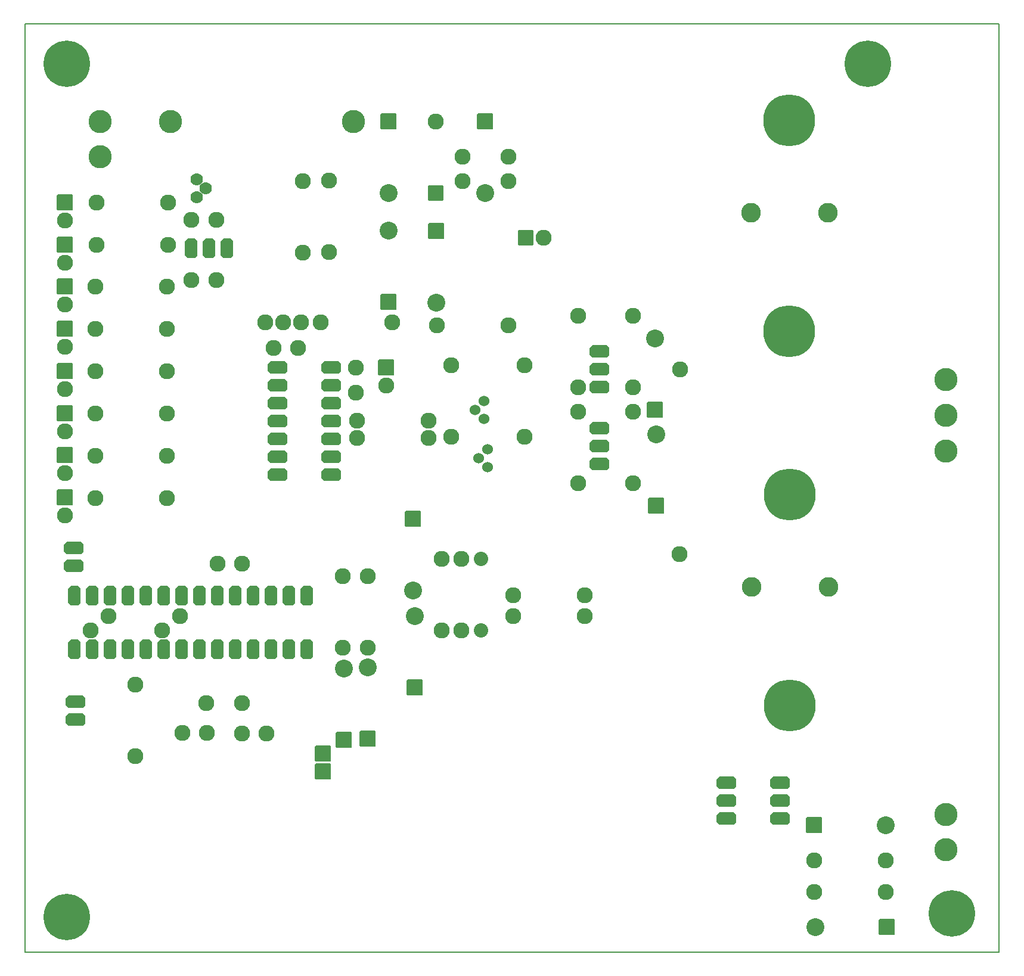
<source format=gbr>
G04 PROTEUS GERBER X2 FILE*
%TF.GenerationSoftware,Labcenter,Proteus,8.15-SP1-Build34318*%
%TF.CreationDate,2023-09-22T14:22:51+00:00*%
%TF.FileFunction,Soldermask,Top*%
%TF.FilePolarity,Negative*%
%TF.Part,Single*%
%TF.SameCoordinates,{a03bde03-d8f0-4a32-bc8c-763bbf401456}*%
%FSLAX45Y45*%
%MOMM*%
G01*
%TA.AperFunction,Material*%
%ADD26C,2.286000*%
%TA.AperFunction,Material*%
%ADD27C,3.302000*%
%TA.AperFunction,Material*%
%ADD28C,6.604000*%
%AMPPAD021*
4,1,36,
-0.952500,1.079500,
0.952500,1.079500,
0.978470,1.076970,
1.002480,1.069700,
1.024080,1.058150,
1.042790,1.042790,
1.058150,1.024070,
1.069700,1.002480,
1.076970,0.978470,
1.079500,0.952500,
1.079500,-0.952500,
1.076970,-0.978470,
1.069700,-1.002480,
1.058150,-1.024070,
1.042790,-1.042790,
1.024080,-1.058150,
1.002480,-1.069700,
0.978470,-1.076970,
0.952500,-1.079500,
-0.952500,-1.079500,
-0.978470,-1.076970,
-1.002480,-1.069700,
-1.024080,-1.058150,
-1.042790,-1.042790,
-1.058150,-1.024070,
-1.069700,-1.002480,
-1.076970,-0.978470,
-1.079500,-0.952500,
-1.079500,0.952500,
-1.076970,0.978470,
-1.069700,1.002480,
-1.058150,1.024070,
-1.042790,1.042790,
-1.024080,1.058150,
-1.002480,1.069700,
-0.978470,1.076970,
-0.952500,1.079500,
0*%
%TA.AperFunction,Material*%
%ADD29PPAD021*%
%AMPPAD022*
4,1,36,
-1.016000,1.143000,
1.016000,1.143000,
1.041970,1.140470,
1.065980,1.133200,
1.087580,1.121650,
1.106290,1.106290,
1.121650,1.087570,
1.133200,1.065980,
1.140470,1.041970,
1.143000,1.016000,
1.143000,-1.016000,
1.140470,-1.041970,
1.133200,-1.065980,
1.121650,-1.087570,
1.106290,-1.106290,
1.087580,-1.121650,
1.065980,-1.133200,
1.041970,-1.140470,
1.016000,-1.143000,
-1.016000,-1.143000,
-1.041970,-1.140470,
-1.065980,-1.133200,
-1.087580,-1.121650,
-1.106290,-1.106290,
-1.121650,-1.087570,
-1.133200,-1.065980,
-1.140470,-1.041970,
-1.143000,-1.016000,
-1.143000,1.016000,
-1.140470,1.041970,
-1.133200,1.065980,
-1.121650,1.087570,
-1.106290,1.106290,
-1.087580,1.121650,
-1.065980,1.133200,
-1.041970,1.140470,
-1.016000,1.143000,
0*%
%ADD72PPAD022*%
%ADD73C,2.540000*%
%AMPPAD024*
4,1,36,
1.143000,1.016000,
1.143000,-1.016000,
1.140470,-1.041970,
1.133200,-1.065980,
1.121650,-1.087580,
1.106290,-1.106290,
1.087570,-1.121650,
1.065980,-1.133200,
1.041970,-1.140470,
1.016000,-1.143000,
-1.016000,-1.143000,
-1.041970,-1.140470,
-1.065980,-1.133200,
-1.087570,-1.121650,
-1.106290,-1.106290,
-1.121650,-1.087580,
-1.133200,-1.065980,
-1.140470,-1.041970,
-1.143000,-1.016000,
-1.143000,1.016000,
-1.140470,1.041970,
-1.133200,1.065980,
-1.121650,1.087580,
-1.106290,1.106290,
-1.087570,1.121650,
-1.065980,1.133200,
-1.041970,1.140470,
-1.016000,1.143000,
1.016000,1.143000,
1.041970,1.140470,
1.065980,1.133200,
1.087570,1.121650,
1.106290,1.106290,
1.121650,1.087580,
1.133200,1.065980,
1.140470,1.041970,
1.143000,1.016000,
0*%
%ADD30PPAD024*%
%AMPPAD025*
4,1,36,
-1.079500,-0.952500,
-1.079500,0.952500,
-1.076970,0.978470,
-1.069700,1.002480,
-1.058150,1.024080,
-1.042790,1.042790,
-1.024070,1.058150,
-1.002480,1.069700,
-0.978470,1.076970,
-0.952500,1.079500,
0.952500,1.079500,
0.978470,1.076970,
1.002480,1.069700,
1.024070,1.058150,
1.042790,1.042790,
1.058150,1.024080,
1.069700,1.002480,
1.076970,0.978470,
1.079500,0.952500,
1.079500,-0.952500,
1.076970,-0.978470,
1.069700,-1.002480,
1.058150,-1.024080,
1.042790,-1.042790,
1.024070,-1.058150,
1.002480,-1.069700,
0.978470,-1.076970,
0.952500,-1.079500,
-0.952500,-1.079500,
-0.978470,-1.076970,
-1.002480,-1.069700,
-1.024070,-1.058150,
-1.042790,-1.042790,
-1.058150,-1.024080,
-1.069700,-1.002480,
-1.076970,-0.978470,
-1.079500,-0.952500,
0*%
%ADD31PPAD025*%
%TA.AperFunction,Material*%
%ADD32C,1.778000*%
%AMPPAD027*
4,1,8,
1.397000,0.509800,
1.397000,-0.509800,
1.017800,-0.889000,
-1.017800,-0.889000,
-1.397000,-0.509800,
-1.397000,0.509800,
-1.017800,0.889000,
1.017800,0.889000,
1.397000,0.509800,
0*%
%TA.AperFunction,Material*%
%ADD33PPAD027*%
%TA.AperFunction,Material*%
%ADD34C,1.524000*%
%TA.AperFunction,Material*%
%ADD35C,2.794000*%
%ADD36C,7.366000*%
%AMPPAD031*
4,1,8,
0.509800,-1.397000,
-0.509800,-1.397000,
-0.889000,-1.017800,
-0.889000,1.017800,
-0.509800,1.397000,
0.509800,1.397000,
0.889000,1.017800,
0.889000,-1.017800,
0.509800,-1.397000,
0*%
%TA.AperFunction,Material*%
%ADD37PPAD031*%
%TA.AperFunction,Material*%
%ADD38C,2.032000*%
%TA.AperFunction,Profile*%
%ADD23C,0.203200*%
%TD.AperFunction*%
D26*
X+1092200Y+1625600D03*
X+1079500Y-1000000D03*
D27*
X-7150000Y+5150000D03*
X-7150000Y+4649620D03*
D28*
X-7620000Y+5969000D03*
X+3759200Y+5969000D03*
X-7620000Y-6157000D03*
X+4946440Y-6107000D03*
D27*
X-3550000Y+5150000D03*
X-6150000Y+5150000D03*
D29*
X-2378500Y+4134000D03*
D26*
X-2378500Y+5150000D03*
X-2000000Y+4650000D03*
X-2000000Y+4300000D03*
D72*
X-1678500Y+5150000D03*
D73*
X-1678500Y+4134000D03*
D30*
X-7650000Y+3400000D03*
D26*
X-7650000Y+3146000D03*
X-7200000Y+3400000D03*
X-6184000Y+3400000D03*
D30*
X-7650000Y+4000000D03*
D26*
X-7650000Y+3746000D03*
X-7200000Y+4000000D03*
X-6184000Y+4000000D03*
X-1350000Y+4300000D03*
X-1350000Y+4650000D03*
D31*
X-1104000Y+3500000D03*
D26*
X-850000Y+3500000D03*
X-2366000Y+2250000D03*
X-1350000Y+2250000D03*
D72*
X-2374900Y+3594100D03*
D73*
X-2374900Y+2578100D03*
D72*
X-3050000Y+5150000D03*
D73*
X-3050000Y+4134000D03*
D26*
X-3894500Y+3294100D03*
X-3894500Y+4310100D03*
D32*
X-5777000Y+4327000D03*
X-5650000Y+4200000D03*
X-5777000Y+4073000D03*
D26*
X-4266000Y+3284000D03*
X-4266000Y+4300000D03*
D72*
X-3050000Y+2584000D03*
D73*
X-3050000Y+3600000D03*
D72*
X-3086100Y+1651000D03*
D26*
X-3086100Y+1397000D03*
X-3517900Y+1301000D03*
X-3517900Y+1651000D03*
D33*
X-4622800Y+1651000D03*
X-4622800Y+1397000D03*
X-4622800Y+1143000D03*
X-4622800Y+889000D03*
X-4622800Y+635000D03*
X-4622800Y+381000D03*
X-4622800Y+127000D03*
X-3860800Y+127000D03*
X-3860800Y+381000D03*
X-3860800Y+635000D03*
X-3860800Y+889000D03*
X-3860800Y+1143000D03*
X-3860800Y+1397000D03*
X-3860800Y+1651000D03*
D26*
X-3500000Y+650000D03*
X-2484000Y+650000D03*
D34*
X-1642400Y+491400D03*
X-1769400Y+364400D03*
X-1642400Y+237400D03*
D26*
X-1121700Y+1685200D03*
X-1121700Y+669200D03*
X-3500000Y+900000D03*
X-2484000Y+900000D03*
D34*
X-1693200Y+1177200D03*
X-1820200Y+1050200D03*
X-1693200Y+923200D03*
D26*
X-2163100Y+1685200D03*
X-2163100Y+669200D03*
D33*
X-50800Y+787400D03*
X-50800Y+533400D03*
X-50800Y+279400D03*
X-50800Y+1879600D03*
X-50800Y+1625600D03*
X-50800Y+1371600D03*
D26*
X-355600Y+1028700D03*
X-355600Y+12700D03*
X-355600Y+1371600D03*
X-355600Y+2387600D03*
X+419100Y+12700D03*
X+419100Y+1028700D03*
X+419100Y+1371600D03*
X+419100Y+2387600D03*
D35*
X+2106440Y-1463180D03*
X+3193560Y-1463180D03*
D36*
X+2650000Y-150000D03*
X+2650000Y-3147200D03*
D35*
X+2098040Y+3850120D03*
X+3185160Y+3850120D03*
D36*
X+2641600Y+5163300D03*
X+2641600Y+2166100D03*
D72*
X+750000Y-316000D03*
D73*
X+750000Y+700000D03*
D72*
X+736600Y+1054100D03*
D73*
X+736600Y+2070100D03*
D37*
X-5850000Y+3350000D03*
X-5596000Y+3350000D03*
X-5342000Y+3350000D03*
D26*
X-5500000Y+2900000D03*
X-5850000Y+2900000D03*
X-5850000Y+3750000D03*
X-5500000Y+3750000D03*
D37*
X-7511100Y-2350900D03*
X-7257100Y-2350900D03*
X-7003100Y-2350900D03*
X-6749100Y-2350900D03*
X-6495100Y-2350900D03*
X-6241100Y-2350900D03*
X-5987100Y-2350900D03*
X-5733100Y-2350900D03*
X-5479100Y-2350900D03*
X-5225100Y-2350900D03*
X-4971100Y-2350900D03*
X-4717100Y-2350900D03*
X-4463100Y-2350900D03*
X-4209100Y-2350900D03*
X-4209100Y-1588900D03*
X-4463100Y-1588900D03*
X-4717100Y-1588900D03*
X-4971100Y-1588900D03*
X-5225100Y-1588900D03*
X-5479100Y-1588900D03*
X-5733100Y-1588900D03*
X-5987100Y-1588900D03*
X-6241100Y-1588900D03*
X-6495100Y-1588900D03*
X-6749100Y-1588900D03*
X-7003100Y-1588900D03*
X-7257100Y-1588900D03*
X-7509100Y-1588900D03*
D26*
X-5480000Y-1130000D03*
X-5130000Y-1130000D03*
X-2300800Y-1064600D03*
X-2300800Y-2080600D03*
X-2021400Y-2080600D03*
X-2021400Y-1064600D03*
D38*
X-1742000Y-1064600D03*
X-1742000Y-2080600D03*
D26*
X-5130200Y-3112695D03*
X-5638200Y-3112695D03*
X-5980000Y-3540000D03*
X-5630000Y-3540000D03*
X-4783005Y-3549205D03*
X-5133005Y-3549205D03*
X-4336300Y+1930400D03*
X-4686300Y+1930400D03*
X-4804000Y+2300000D03*
X-4296000Y+2300000D03*
X-4550000Y+2300000D03*
X-4016000Y+2300000D03*
X-3000000Y+2300000D03*
D33*
X-7521800Y-1169800D03*
X-7521800Y-915800D03*
D27*
X+4862400Y+469900D03*
X+4862400Y+977900D03*
X+4862400Y+1485900D03*
D26*
X-264000Y-1880000D03*
X-1280000Y-1880000D03*
X-264000Y-1580000D03*
X-1280000Y-1580000D03*
D72*
X-2680000Y-2896000D03*
D73*
X-2680000Y-1880000D03*
D72*
X-2700000Y-500000D03*
D73*
X-2700000Y-1516000D03*
D26*
X-6200000Y+2800000D03*
X-7216000Y+2800000D03*
X-6200000Y+2200000D03*
X-7216000Y+2200000D03*
X-6200000Y+1600000D03*
X-7216000Y+1600000D03*
X-6200000Y+1000000D03*
X-7216000Y+1000000D03*
D30*
X-7650000Y+2800000D03*
D26*
X-7650000Y+2546000D03*
D30*
X-7650000Y+2200000D03*
D26*
X-7650000Y+1946000D03*
D30*
X-7650000Y+1600000D03*
D26*
X-7650000Y+1346000D03*
D30*
X-7650000Y+1000000D03*
D26*
X-7650000Y+746000D03*
D30*
X-7650000Y+404000D03*
D26*
X-7650000Y+150000D03*
D30*
X-7650000Y-196000D03*
D26*
X-7650000Y-450000D03*
X-6200000Y+400000D03*
X-7216000Y+400000D03*
X-6200000Y-200000D03*
X-7216000Y-200000D03*
D30*
X-3980000Y-3830000D03*
X-3980000Y-4084000D03*
D27*
X+4861840Y-4700000D03*
X+4861840Y-5200380D03*
D26*
X-6014000Y-1880000D03*
X-7030000Y-1880000D03*
X-6650000Y-3866000D03*
X-6650000Y-2850000D03*
D33*
X+2511840Y-4758000D03*
X+2511840Y-4504000D03*
X+2511840Y-4250000D03*
X+1749840Y-4250000D03*
X+1749840Y-4504000D03*
X+1749840Y-4758000D03*
D72*
X+4027840Y-6300000D03*
D73*
X+3011840Y-6300000D03*
D26*
X+4011840Y-5800000D03*
X+2995840Y-5800000D03*
X+2995840Y-5350000D03*
X+4011840Y-5350000D03*
X-7280000Y-2080000D03*
X-6264000Y-2080000D03*
D72*
X+2995840Y-4850000D03*
D73*
X+4011840Y-4850000D03*
D26*
X-3700000Y-2326000D03*
X-3700000Y-1310000D03*
X-3350000Y-2326000D03*
X-3350000Y-1310000D03*
D72*
X-3350000Y-3626000D03*
D73*
X-3350000Y-2610000D03*
D72*
X-3690000Y-3636000D03*
D73*
X-3690000Y-2620000D03*
D33*
X-7500000Y-3354000D03*
X-7500000Y-3100000D03*
D23*
X-8214500Y-6651500D02*
X+5622000Y-6651500D01*
X+5622000Y+6540500D01*
X-8214500Y+6540500D01*
X-8214500Y-6651500D01*
M02*

</source>
